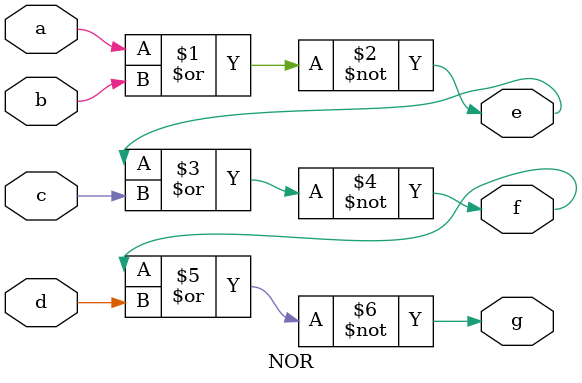
<source format=v>
`timescale 1ns / 1ps


module NOR(
    input a,b,c,d,
    output e,f,g
    );
assign e=~(a|b);
assign f=~(e|c);
assign g=~(f|d);
endmodule


</source>
